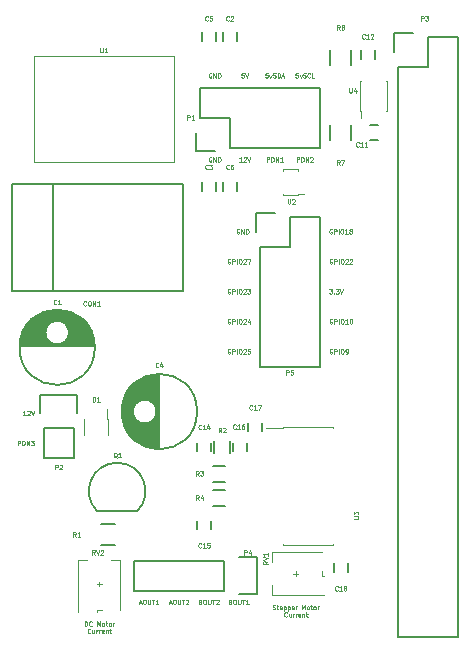
<source format=gbr>
G04 #@! TF.FileFunction,Legend,Top*
%FSLAX46Y46*%
G04 Gerber Fmt 4.6, Leading zero omitted, Abs format (unit mm)*
G04 Created by KiCad (PCBNEW 4.0.2-4+6225~38~ubuntu14.04.1-stable) date Tue 01 Mar 2016 05:51:26 PM CST*
%MOMM*%
G01*
G04 APERTURE LIST*
%ADD10C,0.100000*%
%ADD11C,0.076200*%
%ADD12C,0.150000*%
G04 APERTURE END LIST*
D10*
D11*
X146140714Y-128315357D02*
X146140714Y-127934357D01*
X146285857Y-127934357D01*
X146322143Y-127952500D01*
X146340286Y-127970643D01*
X146358429Y-128006929D01*
X146358429Y-128061357D01*
X146340286Y-128097643D01*
X146322143Y-128115786D01*
X146285857Y-128133929D01*
X146140714Y-128133929D01*
X146521714Y-128315357D02*
X146521714Y-127934357D01*
X146612429Y-127934357D01*
X146666857Y-127952500D01*
X146703143Y-127988786D01*
X146721286Y-128025071D01*
X146739429Y-128097643D01*
X146739429Y-128152071D01*
X146721286Y-128224643D01*
X146703143Y-128260929D01*
X146666857Y-128297214D01*
X146612429Y-128315357D01*
X146521714Y-128315357D01*
X146902714Y-128315357D02*
X146902714Y-127934357D01*
X147120429Y-128315357D01*
X147120429Y-127934357D01*
X147265572Y-127934357D02*
X147501429Y-127934357D01*
X147374429Y-128079500D01*
X147428857Y-128079500D01*
X147465143Y-128097643D01*
X147483286Y-128115786D01*
X147501429Y-128152071D01*
X147501429Y-128242786D01*
X147483286Y-128279071D01*
X147465143Y-128297214D01*
X147428857Y-128315357D01*
X147320000Y-128315357D01*
X147283714Y-128297214D01*
X147265572Y-128279071D01*
X146812001Y-125775357D02*
X146594286Y-125775357D01*
X146703144Y-125775357D02*
X146703144Y-125394357D01*
X146666858Y-125448786D01*
X146630572Y-125485071D01*
X146594286Y-125503214D01*
X146957143Y-125430643D02*
X146975286Y-125412500D01*
X147011572Y-125394357D01*
X147102286Y-125394357D01*
X147138572Y-125412500D01*
X147156715Y-125430643D01*
X147174858Y-125466929D01*
X147174858Y-125503214D01*
X147156715Y-125557643D01*
X146939001Y-125775357D01*
X147174858Y-125775357D01*
X147283715Y-125394357D02*
X147410715Y-125775357D01*
X147537715Y-125394357D01*
X167730715Y-142216414D02*
X167785144Y-142234557D01*
X167875858Y-142234557D01*
X167912144Y-142216414D01*
X167930287Y-142198271D01*
X167948430Y-142161986D01*
X167948430Y-142125700D01*
X167930287Y-142089414D01*
X167912144Y-142071271D01*
X167875858Y-142053129D01*
X167803287Y-142034986D01*
X167767001Y-142016843D01*
X167748858Y-141998700D01*
X167730715Y-141962414D01*
X167730715Y-141926129D01*
X167748858Y-141889843D01*
X167767001Y-141871700D01*
X167803287Y-141853557D01*
X167894001Y-141853557D01*
X167948430Y-141871700D01*
X168057287Y-141980557D02*
X168202430Y-141980557D01*
X168111715Y-141853557D02*
X168111715Y-142180129D01*
X168129858Y-142216414D01*
X168166144Y-142234557D01*
X168202430Y-142234557D01*
X168474572Y-142216414D02*
X168438286Y-142234557D01*
X168365715Y-142234557D01*
X168329429Y-142216414D01*
X168311286Y-142180129D01*
X168311286Y-142034986D01*
X168329429Y-141998700D01*
X168365715Y-141980557D01*
X168438286Y-141980557D01*
X168474572Y-141998700D01*
X168492715Y-142034986D01*
X168492715Y-142071271D01*
X168311286Y-142107557D01*
X168656000Y-141980557D02*
X168656000Y-142361557D01*
X168656000Y-141998700D02*
X168692286Y-141980557D01*
X168764857Y-141980557D01*
X168801143Y-141998700D01*
X168819286Y-142016843D01*
X168837429Y-142053129D01*
X168837429Y-142161986D01*
X168819286Y-142198271D01*
X168801143Y-142216414D01*
X168764857Y-142234557D01*
X168692286Y-142234557D01*
X168656000Y-142216414D01*
X169000714Y-141980557D02*
X169000714Y-142361557D01*
X169000714Y-141998700D02*
X169037000Y-141980557D01*
X169109571Y-141980557D01*
X169145857Y-141998700D01*
X169164000Y-142016843D01*
X169182143Y-142053129D01*
X169182143Y-142161986D01*
X169164000Y-142198271D01*
X169145857Y-142216414D01*
X169109571Y-142234557D01*
X169037000Y-142234557D01*
X169000714Y-142216414D01*
X169490571Y-142216414D02*
X169454285Y-142234557D01*
X169381714Y-142234557D01*
X169345428Y-142216414D01*
X169327285Y-142180129D01*
X169327285Y-142034986D01*
X169345428Y-141998700D01*
X169381714Y-141980557D01*
X169454285Y-141980557D01*
X169490571Y-141998700D01*
X169508714Y-142034986D01*
X169508714Y-142071271D01*
X169327285Y-142107557D01*
X169671999Y-142234557D02*
X169671999Y-141980557D01*
X169671999Y-142053129D02*
X169690142Y-142016843D01*
X169708285Y-141998700D01*
X169744571Y-141980557D01*
X169780856Y-141980557D01*
X170198142Y-142234557D02*
X170198142Y-141853557D01*
X170325142Y-142125700D01*
X170452142Y-141853557D01*
X170452142Y-142234557D01*
X170688000Y-142234557D02*
X170651714Y-142216414D01*
X170633571Y-142198271D01*
X170615428Y-142161986D01*
X170615428Y-142053129D01*
X170633571Y-142016843D01*
X170651714Y-141998700D01*
X170688000Y-141980557D01*
X170742428Y-141980557D01*
X170778714Y-141998700D01*
X170796857Y-142016843D01*
X170815000Y-142053129D01*
X170815000Y-142161986D01*
X170796857Y-142198271D01*
X170778714Y-142216414D01*
X170742428Y-142234557D01*
X170688000Y-142234557D01*
X170923857Y-141980557D02*
X171069000Y-141980557D01*
X170978285Y-141853557D02*
X170978285Y-142180129D01*
X170996428Y-142216414D01*
X171032714Y-142234557D01*
X171069000Y-142234557D01*
X171250428Y-142234557D02*
X171214142Y-142216414D01*
X171195999Y-142198271D01*
X171177856Y-142161986D01*
X171177856Y-142053129D01*
X171195999Y-142016843D01*
X171214142Y-141998700D01*
X171250428Y-141980557D01*
X171304856Y-141980557D01*
X171341142Y-141998700D01*
X171359285Y-142016843D01*
X171377428Y-142053129D01*
X171377428Y-142161986D01*
X171359285Y-142198271D01*
X171341142Y-142216414D01*
X171304856Y-142234557D01*
X171250428Y-142234557D01*
X171540713Y-142234557D02*
X171540713Y-141980557D01*
X171540713Y-142053129D02*
X171558856Y-142016843D01*
X171576999Y-141998700D01*
X171613285Y-141980557D01*
X171649570Y-141980557D01*
X168937216Y-142807871D02*
X168919073Y-142826014D01*
X168864644Y-142844157D01*
X168828358Y-142844157D01*
X168773930Y-142826014D01*
X168737644Y-142789729D01*
X168719501Y-142753443D01*
X168701358Y-142680871D01*
X168701358Y-142626443D01*
X168719501Y-142553871D01*
X168737644Y-142517586D01*
X168773930Y-142481300D01*
X168828358Y-142463157D01*
X168864644Y-142463157D01*
X168919073Y-142481300D01*
X168937216Y-142499443D01*
X169263787Y-142590157D02*
X169263787Y-142844157D01*
X169100501Y-142590157D02*
X169100501Y-142789729D01*
X169118644Y-142826014D01*
X169154930Y-142844157D01*
X169209358Y-142844157D01*
X169245644Y-142826014D01*
X169263787Y-142807871D01*
X169445215Y-142844157D02*
X169445215Y-142590157D01*
X169445215Y-142662729D02*
X169463358Y-142626443D01*
X169481501Y-142608300D01*
X169517787Y-142590157D01*
X169554072Y-142590157D01*
X169681072Y-142844157D02*
X169681072Y-142590157D01*
X169681072Y-142662729D02*
X169699215Y-142626443D01*
X169717358Y-142608300D01*
X169753644Y-142590157D01*
X169789929Y-142590157D01*
X170062072Y-142826014D02*
X170025786Y-142844157D01*
X169953215Y-142844157D01*
X169916929Y-142826014D01*
X169898786Y-142789729D01*
X169898786Y-142644586D01*
X169916929Y-142608300D01*
X169953215Y-142590157D01*
X170025786Y-142590157D01*
X170062072Y-142608300D01*
X170080215Y-142644586D01*
X170080215Y-142680871D01*
X169898786Y-142717157D01*
X170243500Y-142590157D02*
X170243500Y-142844157D01*
X170243500Y-142626443D02*
X170261643Y-142608300D01*
X170297929Y-142590157D01*
X170352357Y-142590157D01*
X170388643Y-142608300D01*
X170406786Y-142644586D01*
X170406786Y-142844157D01*
X170533786Y-142590157D02*
X170678929Y-142590157D01*
X170588214Y-142463157D02*
X170588214Y-142789729D01*
X170606357Y-142826014D01*
X170642643Y-142844157D01*
X170678929Y-142844157D01*
X151810357Y-143631557D02*
X151810357Y-143250557D01*
X151901072Y-143250557D01*
X151955500Y-143268700D01*
X151991786Y-143304986D01*
X152009929Y-143341271D01*
X152028072Y-143413843D01*
X152028072Y-143468271D01*
X152009929Y-143540843D01*
X151991786Y-143577129D01*
X151955500Y-143613414D01*
X151901072Y-143631557D01*
X151810357Y-143631557D01*
X152409072Y-143595271D02*
X152390929Y-143613414D01*
X152336500Y-143631557D01*
X152300214Y-143631557D01*
X152245786Y-143613414D01*
X152209500Y-143577129D01*
X152191357Y-143540843D01*
X152173214Y-143468271D01*
X152173214Y-143413843D01*
X152191357Y-143341271D01*
X152209500Y-143304986D01*
X152245786Y-143268700D01*
X152300214Y-143250557D01*
X152336500Y-143250557D01*
X152390929Y-143268700D01*
X152409072Y-143286843D01*
X152862643Y-143631557D02*
X152862643Y-143250557D01*
X152989643Y-143522700D01*
X153116643Y-143250557D01*
X153116643Y-143631557D01*
X153352501Y-143631557D02*
X153316215Y-143613414D01*
X153298072Y-143595271D01*
X153279929Y-143558986D01*
X153279929Y-143450129D01*
X153298072Y-143413843D01*
X153316215Y-143395700D01*
X153352501Y-143377557D01*
X153406929Y-143377557D01*
X153443215Y-143395700D01*
X153461358Y-143413843D01*
X153479501Y-143450129D01*
X153479501Y-143558986D01*
X153461358Y-143595271D01*
X153443215Y-143613414D01*
X153406929Y-143631557D01*
X153352501Y-143631557D01*
X153588358Y-143377557D02*
X153733501Y-143377557D01*
X153642786Y-143250557D02*
X153642786Y-143577129D01*
X153660929Y-143613414D01*
X153697215Y-143631557D01*
X153733501Y-143631557D01*
X153914929Y-143631557D02*
X153878643Y-143613414D01*
X153860500Y-143595271D01*
X153842357Y-143558986D01*
X153842357Y-143450129D01*
X153860500Y-143413843D01*
X153878643Y-143395700D01*
X153914929Y-143377557D01*
X153969357Y-143377557D01*
X154005643Y-143395700D01*
X154023786Y-143413843D01*
X154041929Y-143450129D01*
X154041929Y-143558986D01*
X154023786Y-143595271D01*
X154005643Y-143613414D01*
X153969357Y-143631557D01*
X153914929Y-143631557D01*
X154205214Y-143631557D02*
X154205214Y-143377557D01*
X154205214Y-143450129D02*
X154223357Y-143413843D01*
X154241500Y-143395700D01*
X154277786Y-143377557D01*
X154314071Y-143377557D01*
X152300216Y-144204871D02*
X152282073Y-144223014D01*
X152227644Y-144241157D01*
X152191358Y-144241157D01*
X152136930Y-144223014D01*
X152100644Y-144186729D01*
X152082501Y-144150443D01*
X152064358Y-144077871D01*
X152064358Y-144023443D01*
X152082501Y-143950871D01*
X152100644Y-143914586D01*
X152136930Y-143878300D01*
X152191358Y-143860157D01*
X152227644Y-143860157D01*
X152282073Y-143878300D01*
X152300216Y-143896443D01*
X152626787Y-143987157D02*
X152626787Y-144241157D01*
X152463501Y-143987157D02*
X152463501Y-144186729D01*
X152481644Y-144223014D01*
X152517930Y-144241157D01*
X152572358Y-144241157D01*
X152608644Y-144223014D01*
X152626787Y-144204871D01*
X152808215Y-144241157D02*
X152808215Y-143987157D01*
X152808215Y-144059729D02*
X152826358Y-144023443D01*
X152844501Y-144005300D01*
X152880787Y-143987157D01*
X152917072Y-143987157D01*
X153044072Y-144241157D02*
X153044072Y-143987157D01*
X153044072Y-144059729D02*
X153062215Y-144023443D01*
X153080358Y-144005300D01*
X153116644Y-143987157D01*
X153152929Y-143987157D01*
X153425072Y-144223014D02*
X153388786Y-144241157D01*
X153316215Y-144241157D01*
X153279929Y-144223014D01*
X153261786Y-144186729D01*
X153261786Y-144041586D01*
X153279929Y-144005300D01*
X153316215Y-143987157D01*
X153388786Y-143987157D01*
X153425072Y-144005300D01*
X153443215Y-144041586D01*
X153443215Y-144077871D01*
X153261786Y-144114157D01*
X153606500Y-143987157D02*
X153606500Y-144241157D01*
X153606500Y-144023443D02*
X153624643Y-144005300D01*
X153660929Y-143987157D01*
X153715357Y-143987157D01*
X153751643Y-144005300D01*
X153769786Y-144041586D01*
X153769786Y-144241157D01*
X153896786Y-143987157D02*
X154041929Y-143987157D01*
X153951214Y-143860157D02*
X153951214Y-144186729D01*
X153969357Y-144223014D01*
X154005643Y-144241157D01*
X154041929Y-144241157D01*
X164147500Y-141577786D02*
X164201929Y-141595929D01*
X164220072Y-141614071D01*
X164238215Y-141650357D01*
X164238215Y-141704786D01*
X164220072Y-141741071D01*
X164201929Y-141759214D01*
X164165643Y-141777357D01*
X164020500Y-141777357D01*
X164020500Y-141396357D01*
X164147500Y-141396357D01*
X164183786Y-141414500D01*
X164201929Y-141432643D01*
X164220072Y-141468929D01*
X164220072Y-141505214D01*
X164201929Y-141541500D01*
X164183786Y-141559643D01*
X164147500Y-141577786D01*
X164020500Y-141577786D01*
X164474072Y-141396357D02*
X164546643Y-141396357D01*
X164582929Y-141414500D01*
X164619215Y-141450786D01*
X164637357Y-141523357D01*
X164637357Y-141650357D01*
X164619215Y-141722929D01*
X164582929Y-141759214D01*
X164546643Y-141777357D01*
X164474072Y-141777357D01*
X164437786Y-141759214D01*
X164401500Y-141722929D01*
X164383357Y-141650357D01*
X164383357Y-141523357D01*
X164401500Y-141450786D01*
X164437786Y-141414500D01*
X164474072Y-141396357D01*
X164800643Y-141396357D02*
X164800643Y-141704786D01*
X164818786Y-141741071D01*
X164836929Y-141759214D01*
X164873215Y-141777357D01*
X164945786Y-141777357D01*
X164982072Y-141759214D01*
X165000215Y-141741071D01*
X165018358Y-141704786D01*
X165018358Y-141396357D01*
X165145358Y-141396357D02*
X165363072Y-141396357D01*
X165254215Y-141777357D02*
X165254215Y-141396357D01*
X165689644Y-141777357D02*
X165471929Y-141777357D01*
X165580787Y-141777357D02*
X165580787Y-141396357D01*
X165544501Y-141450786D01*
X165508215Y-141487071D01*
X165471929Y-141505214D01*
X161607500Y-141577786D02*
X161661929Y-141595929D01*
X161680072Y-141614071D01*
X161698215Y-141650357D01*
X161698215Y-141704786D01*
X161680072Y-141741071D01*
X161661929Y-141759214D01*
X161625643Y-141777357D01*
X161480500Y-141777357D01*
X161480500Y-141396357D01*
X161607500Y-141396357D01*
X161643786Y-141414500D01*
X161661929Y-141432643D01*
X161680072Y-141468929D01*
X161680072Y-141505214D01*
X161661929Y-141541500D01*
X161643786Y-141559643D01*
X161607500Y-141577786D01*
X161480500Y-141577786D01*
X161934072Y-141396357D02*
X162006643Y-141396357D01*
X162042929Y-141414500D01*
X162079215Y-141450786D01*
X162097357Y-141523357D01*
X162097357Y-141650357D01*
X162079215Y-141722929D01*
X162042929Y-141759214D01*
X162006643Y-141777357D01*
X161934072Y-141777357D01*
X161897786Y-141759214D01*
X161861500Y-141722929D01*
X161843357Y-141650357D01*
X161843357Y-141523357D01*
X161861500Y-141450786D01*
X161897786Y-141414500D01*
X161934072Y-141396357D01*
X162260643Y-141396357D02*
X162260643Y-141704786D01*
X162278786Y-141741071D01*
X162296929Y-141759214D01*
X162333215Y-141777357D01*
X162405786Y-141777357D01*
X162442072Y-141759214D01*
X162460215Y-141741071D01*
X162478358Y-141704786D01*
X162478358Y-141396357D01*
X162605358Y-141396357D02*
X162823072Y-141396357D01*
X162714215Y-141777357D02*
X162714215Y-141396357D01*
X162931929Y-141432643D02*
X162950072Y-141414500D01*
X162986358Y-141396357D01*
X163077072Y-141396357D01*
X163113358Y-141414500D01*
X163131501Y-141432643D01*
X163149644Y-141468929D01*
X163149644Y-141505214D01*
X163131501Y-141559643D01*
X162913787Y-141777357D01*
X163149644Y-141777357D01*
X158949571Y-141668500D02*
X159131000Y-141668500D01*
X158913286Y-141777357D02*
X159040286Y-141396357D01*
X159167286Y-141777357D01*
X159366857Y-141396357D02*
X159439428Y-141396357D01*
X159475714Y-141414500D01*
X159512000Y-141450786D01*
X159530142Y-141523357D01*
X159530142Y-141650357D01*
X159512000Y-141722929D01*
X159475714Y-141759214D01*
X159439428Y-141777357D01*
X159366857Y-141777357D01*
X159330571Y-141759214D01*
X159294285Y-141722929D01*
X159276142Y-141650357D01*
X159276142Y-141523357D01*
X159294285Y-141450786D01*
X159330571Y-141414500D01*
X159366857Y-141396357D01*
X159693428Y-141396357D02*
X159693428Y-141704786D01*
X159711571Y-141741071D01*
X159729714Y-141759214D01*
X159766000Y-141777357D01*
X159838571Y-141777357D01*
X159874857Y-141759214D01*
X159893000Y-141741071D01*
X159911143Y-141704786D01*
X159911143Y-141396357D01*
X160038143Y-141396357D02*
X160255857Y-141396357D01*
X160147000Y-141777357D02*
X160147000Y-141396357D01*
X160364714Y-141432643D02*
X160382857Y-141414500D01*
X160419143Y-141396357D01*
X160509857Y-141396357D01*
X160546143Y-141414500D01*
X160564286Y-141432643D01*
X160582429Y-141468929D01*
X160582429Y-141505214D01*
X160564286Y-141559643D01*
X160346572Y-141777357D01*
X160582429Y-141777357D01*
X156409571Y-141668500D02*
X156591000Y-141668500D01*
X156373286Y-141777357D02*
X156500286Y-141396357D01*
X156627286Y-141777357D01*
X156826857Y-141396357D02*
X156899428Y-141396357D01*
X156935714Y-141414500D01*
X156972000Y-141450786D01*
X156990142Y-141523357D01*
X156990142Y-141650357D01*
X156972000Y-141722929D01*
X156935714Y-141759214D01*
X156899428Y-141777357D01*
X156826857Y-141777357D01*
X156790571Y-141759214D01*
X156754285Y-141722929D01*
X156736142Y-141650357D01*
X156736142Y-141523357D01*
X156754285Y-141450786D01*
X156790571Y-141414500D01*
X156826857Y-141396357D01*
X157153428Y-141396357D02*
X157153428Y-141704786D01*
X157171571Y-141741071D01*
X157189714Y-141759214D01*
X157226000Y-141777357D01*
X157298571Y-141777357D01*
X157334857Y-141759214D01*
X157353000Y-141741071D01*
X157371143Y-141704786D01*
X157371143Y-141396357D01*
X157498143Y-141396357D02*
X157715857Y-141396357D01*
X157607000Y-141777357D02*
X157607000Y-141396357D01*
X158042429Y-141777357D02*
X157824714Y-141777357D01*
X157933572Y-141777357D02*
X157933572Y-141396357D01*
X157897286Y-141450786D01*
X157861000Y-141487071D01*
X157824714Y-141505214D01*
X169853429Y-96819357D02*
X169672000Y-96819357D01*
X169653857Y-97000786D01*
X169672000Y-96982643D01*
X169708286Y-96964500D01*
X169799000Y-96964500D01*
X169835286Y-96982643D01*
X169853429Y-97000786D01*
X169871572Y-97037071D01*
X169871572Y-97127786D01*
X169853429Y-97164071D01*
X169835286Y-97182214D01*
X169799000Y-97200357D01*
X169708286Y-97200357D01*
X169672000Y-97182214D01*
X169653857Y-97164071D01*
X169998572Y-96946357D02*
X170089286Y-97200357D01*
X170180000Y-96946357D01*
X170307000Y-97182214D02*
X170361429Y-97200357D01*
X170452143Y-97200357D01*
X170488429Y-97182214D01*
X170506572Y-97164071D01*
X170524715Y-97127786D01*
X170524715Y-97091500D01*
X170506572Y-97055214D01*
X170488429Y-97037071D01*
X170452143Y-97018929D01*
X170379572Y-97000786D01*
X170343286Y-96982643D01*
X170325143Y-96964500D01*
X170307000Y-96928214D01*
X170307000Y-96891929D01*
X170325143Y-96855643D01*
X170343286Y-96837500D01*
X170379572Y-96819357D01*
X170470286Y-96819357D01*
X170524715Y-96837500D01*
X170905715Y-97164071D02*
X170887572Y-97182214D01*
X170833143Y-97200357D01*
X170796857Y-97200357D01*
X170742429Y-97182214D01*
X170706143Y-97145929D01*
X170688000Y-97109643D01*
X170669857Y-97037071D01*
X170669857Y-96982643D01*
X170688000Y-96910071D01*
X170706143Y-96873786D01*
X170742429Y-96837500D01*
X170796857Y-96819357D01*
X170833143Y-96819357D01*
X170887572Y-96837500D01*
X170905715Y-96855643D01*
X171250429Y-97200357D02*
X171069000Y-97200357D01*
X171069000Y-96819357D01*
X167304358Y-96819357D02*
X167122929Y-96819357D01*
X167104786Y-97000786D01*
X167122929Y-96982643D01*
X167159215Y-96964500D01*
X167249929Y-96964500D01*
X167286215Y-96982643D01*
X167304358Y-97000786D01*
X167322501Y-97037071D01*
X167322501Y-97127786D01*
X167304358Y-97164071D01*
X167286215Y-97182214D01*
X167249929Y-97200357D01*
X167159215Y-97200357D01*
X167122929Y-97182214D01*
X167104786Y-97164071D01*
X167449501Y-96946357D02*
X167540215Y-97200357D01*
X167630929Y-96946357D01*
X167757929Y-97182214D02*
X167812358Y-97200357D01*
X167903072Y-97200357D01*
X167939358Y-97182214D01*
X167957501Y-97164071D01*
X167975644Y-97127786D01*
X167975644Y-97091500D01*
X167957501Y-97055214D01*
X167939358Y-97037071D01*
X167903072Y-97018929D01*
X167830501Y-97000786D01*
X167794215Y-96982643D01*
X167776072Y-96964500D01*
X167757929Y-96928214D01*
X167757929Y-96891929D01*
X167776072Y-96855643D01*
X167794215Y-96837500D01*
X167830501Y-96819357D01*
X167921215Y-96819357D01*
X167975644Y-96837500D01*
X168138929Y-97200357D02*
X168138929Y-96819357D01*
X168229644Y-96819357D01*
X168284072Y-96837500D01*
X168320358Y-96873786D01*
X168338501Y-96910071D01*
X168356644Y-96982643D01*
X168356644Y-97037071D01*
X168338501Y-97109643D01*
X168320358Y-97145929D01*
X168284072Y-97182214D01*
X168229644Y-97200357D01*
X168138929Y-97200357D01*
X168501786Y-97091500D02*
X168683215Y-97091500D01*
X168465501Y-97200357D02*
X168592501Y-96819357D01*
X168719501Y-97200357D01*
X165281429Y-96819357D02*
X165100000Y-96819357D01*
X165081857Y-97000786D01*
X165100000Y-96982643D01*
X165136286Y-96964500D01*
X165227000Y-96964500D01*
X165263286Y-96982643D01*
X165281429Y-97000786D01*
X165299572Y-97037071D01*
X165299572Y-97127786D01*
X165281429Y-97164071D01*
X165263286Y-97182214D01*
X165227000Y-97200357D01*
X165136286Y-97200357D01*
X165100000Y-97182214D01*
X165081857Y-97164071D01*
X165408429Y-96819357D02*
X165535429Y-97200357D01*
X165662429Y-96819357D01*
X162523715Y-96837500D02*
X162487429Y-96819357D01*
X162433000Y-96819357D01*
X162378572Y-96837500D01*
X162342286Y-96873786D01*
X162324143Y-96910071D01*
X162306000Y-96982643D01*
X162306000Y-97037071D01*
X162324143Y-97109643D01*
X162342286Y-97145929D01*
X162378572Y-97182214D01*
X162433000Y-97200357D01*
X162469286Y-97200357D01*
X162523715Y-97182214D01*
X162541858Y-97164071D01*
X162541858Y-97037071D01*
X162469286Y-97037071D01*
X162705143Y-97200357D02*
X162705143Y-96819357D01*
X162922858Y-97200357D01*
X162922858Y-96819357D01*
X163104286Y-97200357D02*
X163104286Y-96819357D01*
X163195001Y-96819357D01*
X163249429Y-96837500D01*
X163285715Y-96873786D01*
X163303858Y-96910071D01*
X163322001Y-96982643D01*
X163322001Y-97037071D01*
X163303858Y-97109643D01*
X163285715Y-97145929D01*
X163249429Y-97182214D01*
X163195001Y-97200357D01*
X163104286Y-97200357D01*
X169762714Y-104312357D02*
X169762714Y-103931357D01*
X169907857Y-103931357D01*
X169944143Y-103949500D01*
X169962286Y-103967643D01*
X169980429Y-104003929D01*
X169980429Y-104058357D01*
X169962286Y-104094643D01*
X169944143Y-104112786D01*
X169907857Y-104130929D01*
X169762714Y-104130929D01*
X170143714Y-104312357D02*
X170143714Y-103931357D01*
X170234429Y-103931357D01*
X170288857Y-103949500D01*
X170325143Y-103985786D01*
X170343286Y-104022071D01*
X170361429Y-104094643D01*
X170361429Y-104149071D01*
X170343286Y-104221643D01*
X170325143Y-104257929D01*
X170288857Y-104294214D01*
X170234429Y-104312357D01*
X170143714Y-104312357D01*
X170524714Y-104312357D02*
X170524714Y-103931357D01*
X170742429Y-104312357D01*
X170742429Y-103931357D01*
X170905714Y-103967643D02*
X170923857Y-103949500D01*
X170960143Y-103931357D01*
X171050857Y-103931357D01*
X171087143Y-103949500D01*
X171105286Y-103967643D01*
X171123429Y-104003929D01*
X171123429Y-104040214D01*
X171105286Y-104094643D01*
X170887572Y-104312357D01*
X171123429Y-104312357D01*
X167222714Y-104312357D02*
X167222714Y-103931357D01*
X167367857Y-103931357D01*
X167404143Y-103949500D01*
X167422286Y-103967643D01*
X167440429Y-104003929D01*
X167440429Y-104058357D01*
X167422286Y-104094643D01*
X167404143Y-104112786D01*
X167367857Y-104130929D01*
X167222714Y-104130929D01*
X167603714Y-104312357D02*
X167603714Y-103931357D01*
X167694429Y-103931357D01*
X167748857Y-103949500D01*
X167785143Y-103985786D01*
X167803286Y-104022071D01*
X167821429Y-104094643D01*
X167821429Y-104149071D01*
X167803286Y-104221643D01*
X167785143Y-104257929D01*
X167748857Y-104294214D01*
X167694429Y-104312357D01*
X167603714Y-104312357D01*
X167984714Y-104312357D02*
X167984714Y-103931357D01*
X168202429Y-104312357D01*
X168202429Y-103931357D01*
X168583429Y-104312357D02*
X168365714Y-104312357D01*
X168474572Y-104312357D02*
X168474572Y-103931357D01*
X168438286Y-103985786D01*
X168402000Y-104022071D01*
X168365714Y-104040214D01*
X165118144Y-104312357D02*
X164900429Y-104312357D01*
X165009287Y-104312357D02*
X165009287Y-103931357D01*
X164973001Y-103985786D01*
X164936715Y-104022071D01*
X164900429Y-104040214D01*
X165263286Y-103967643D02*
X165281429Y-103949500D01*
X165317715Y-103931357D01*
X165408429Y-103931357D01*
X165444715Y-103949500D01*
X165462858Y-103967643D01*
X165481001Y-104003929D01*
X165481001Y-104040214D01*
X165462858Y-104094643D01*
X165245144Y-104312357D01*
X165481001Y-104312357D01*
X165589858Y-103931357D02*
X165716858Y-104312357D01*
X165843858Y-103931357D01*
X162523715Y-103949500D02*
X162487429Y-103931357D01*
X162433000Y-103931357D01*
X162378572Y-103949500D01*
X162342286Y-103985786D01*
X162324143Y-104022071D01*
X162306000Y-104094643D01*
X162306000Y-104149071D01*
X162324143Y-104221643D01*
X162342286Y-104257929D01*
X162378572Y-104294214D01*
X162433000Y-104312357D01*
X162469286Y-104312357D01*
X162523715Y-104294214D01*
X162541858Y-104276071D01*
X162541858Y-104149071D01*
X162469286Y-104149071D01*
X162705143Y-104312357D02*
X162705143Y-103931357D01*
X162922858Y-104312357D01*
X162922858Y-103931357D01*
X163104286Y-104312357D02*
X163104286Y-103931357D01*
X163195001Y-103931357D01*
X163249429Y-103949500D01*
X163285715Y-103985786D01*
X163303858Y-104022071D01*
X163322001Y-104094643D01*
X163322001Y-104149071D01*
X163303858Y-104221643D01*
X163285715Y-104257929D01*
X163249429Y-104294214D01*
X163195001Y-104312357D01*
X163104286Y-104312357D01*
X164882286Y-110045500D02*
X164846000Y-110027357D01*
X164791571Y-110027357D01*
X164737143Y-110045500D01*
X164700857Y-110081786D01*
X164682714Y-110118071D01*
X164664571Y-110190643D01*
X164664571Y-110245071D01*
X164682714Y-110317643D01*
X164700857Y-110353929D01*
X164737143Y-110390214D01*
X164791571Y-110408357D01*
X164827857Y-110408357D01*
X164882286Y-110390214D01*
X164900429Y-110372071D01*
X164900429Y-110245071D01*
X164827857Y-110245071D01*
X165063714Y-110408357D02*
X165063714Y-110027357D01*
X165281429Y-110408357D01*
X165281429Y-110027357D01*
X165462857Y-110408357D02*
X165462857Y-110027357D01*
X165553572Y-110027357D01*
X165608000Y-110045500D01*
X165644286Y-110081786D01*
X165662429Y-110118071D01*
X165680572Y-110190643D01*
X165680572Y-110245071D01*
X165662429Y-110317643D01*
X165644286Y-110353929D01*
X165608000Y-110390214D01*
X165553572Y-110408357D01*
X165462857Y-110408357D01*
X172756286Y-120205500D02*
X172720000Y-120187357D01*
X172665571Y-120187357D01*
X172611143Y-120205500D01*
X172574857Y-120241786D01*
X172556714Y-120278071D01*
X172538571Y-120350643D01*
X172538571Y-120405071D01*
X172556714Y-120477643D01*
X172574857Y-120513929D01*
X172611143Y-120550214D01*
X172665571Y-120568357D01*
X172701857Y-120568357D01*
X172756286Y-120550214D01*
X172774429Y-120532071D01*
X172774429Y-120405071D01*
X172701857Y-120405071D01*
X172937714Y-120568357D02*
X172937714Y-120187357D01*
X173082857Y-120187357D01*
X173119143Y-120205500D01*
X173137286Y-120223643D01*
X173155429Y-120259929D01*
X173155429Y-120314357D01*
X173137286Y-120350643D01*
X173119143Y-120368786D01*
X173082857Y-120386929D01*
X172937714Y-120386929D01*
X173318714Y-120568357D02*
X173318714Y-120187357D01*
X173572715Y-120187357D02*
X173645286Y-120187357D01*
X173681572Y-120205500D01*
X173717858Y-120241786D01*
X173736000Y-120314357D01*
X173736000Y-120441357D01*
X173717858Y-120513929D01*
X173681572Y-120550214D01*
X173645286Y-120568357D01*
X173572715Y-120568357D01*
X173536429Y-120550214D01*
X173500143Y-120513929D01*
X173482000Y-120441357D01*
X173482000Y-120314357D01*
X173500143Y-120241786D01*
X173536429Y-120205500D01*
X173572715Y-120187357D01*
X173917429Y-120568357D02*
X173990001Y-120568357D01*
X174026286Y-120550214D01*
X174044429Y-120532071D01*
X174080715Y-120477643D01*
X174098858Y-120405071D01*
X174098858Y-120259929D01*
X174080715Y-120223643D01*
X174062572Y-120205500D01*
X174026286Y-120187357D01*
X173953715Y-120187357D01*
X173917429Y-120205500D01*
X173899286Y-120223643D01*
X173881143Y-120259929D01*
X173881143Y-120350643D01*
X173899286Y-120386929D01*
X173917429Y-120405071D01*
X173953715Y-120423214D01*
X174026286Y-120423214D01*
X174062572Y-120405071D01*
X174080715Y-120386929D01*
X174098858Y-120350643D01*
X164120286Y-120205500D02*
X164084000Y-120187357D01*
X164029571Y-120187357D01*
X163975143Y-120205500D01*
X163938857Y-120241786D01*
X163920714Y-120278071D01*
X163902571Y-120350643D01*
X163902571Y-120405071D01*
X163920714Y-120477643D01*
X163938857Y-120513929D01*
X163975143Y-120550214D01*
X164029571Y-120568357D01*
X164065857Y-120568357D01*
X164120286Y-120550214D01*
X164138429Y-120532071D01*
X164138429Y-120405071D01*
X164065857Y-120405071D01*
X164301714Y-120568357D02*
X164301714Y-120187357D01*
X164446857Y-120187357D01*
X164483143Y-120205500D01*
X164501286Y-120223643D01*
X164519429Y-120259929D01*
X164519429Y-120314357D01*
X164501286Y-120350643D01*
X164483143Y-120368786D01*
X164446857Y-120386929D01*
X164301714Y-120386929D01*
X164682714Y-120568357D02*
X164682714Y-120187357D01*
X164936715Y-120187357D02*
X165009286Y-120187357D01*
X165045572Y-120205500D01*
X165081858Y-120241786D01*
X165100000Y-120314357D01*
X165100000Y-120441357D01*
X165081858Y-120513929D01*
X165045572Y-120550214D01*
X165009286Y-120568357D01*
X164936715Y-120568357D01*
X164900429Y-120550214D01*
X164864143Y-120513929D01*
X164846000Y-120441357D01*
X164846000Y-120314357D01*
X164864143Y-120241786D01*
X164900429Y-120205500D01*
X164936715Y-120187357D01*
X165245143Y-120223643D02*
X165263286Y-120205500D01*
X165299572Y-120187357D01*
X165390286Y-120187357D01*
X165426572Y-120205500D01*
X165444715Y-120223643D01*
X165462858Y-120259929D01*
X165462858Y-120296214D01*
X165444715Y-120350643D01*
X165227001Y-120568357D01*
X165462858Y-120568357D01*
X165807572Y-120187357D02*
X165626143Y-120187357D01*
X165608000Y-120368786D01*
X165626143Y-120350643D01*
X165662429Y-120332500D01*
X165753143Y-120332500D01*
X165789429Y-120350643D01*
X165807572Y-120368786D01*
X165825715Y-120405071D01*
X165825715Y-120495786D01*
X165807572Y-120532071D01*
X165789429Y-120550214D01*
X165753143Y-120568357D01*
X165662429Y-120568357D01*
X165626143Y-120550214D01*
X165608000Y-120532071D01*
X172756286Y-117665500D02*
X172720000Y-117647357D01*
X172665571Y-117647357D01*
X172611143Y-117665500D01*
X172574857Y-117701786D01*
X172556714Y-117738071D01*
X172538571Y-117810643D01*
X172538571Y-117865071D01*
X172556714Y-117937643D01*
X172574857Y-117973929D01*
X172611143Y-118010214D01*
X172665571Y-118028357D01*
X172701857Y-118028357D01*
X172756286Y-118010214D01*
X172774429Y-117992071D01*
X172774429Y-117865071D01*
X172701857Y-117865071D01*
X172937714Y-118028357D02*
X172937714Y-117647357D01*
X173082857Y-117647357D01*
X173119143Y-117665500D01*
X173137286Y-117683643D01*
X173155429Y-117719929D01*
X173155429Y-117774357D01*
X173137286Y-117810643D01*
X173119143Y-117828786D01*
X173082857Y-117846929D01*
X172937714Y-117846929D01*
X173318714Y-118028357D02*
X173318714Y-117647357D01*
X173572715Y-117647357D02*
X173645286Y-117647357D01*
X173681572Y-117665500D01*
X173717858Y-117701786D01*
X173736000Y-117774357D01*
X173736000Y-117901357D01*
X173717858Y-117973929D01*
X173681572Y-118010214D01*
X173645286Y-118028357D01*
X173572715Y-118028357D01*
X173536429Y-118010214D01*
X173500143Y-117973929D01*
X173482000Y-117901357D01*
X173482000Y-117774357D01*
X173500143Y-117701786D01*
X173536429Y-117665500D01*
X173572715Y-117647357D01*
X174098858Y-118028357D02*
X173881143Y-118028357D01*
X173990001Y-118028357D02*
X173990001Y-117647357D01*
X173953715Y-117701786D01*
X173917429Y-117738071D01*
X173881143Y-117756214D01*
X174334715Y-117647357D02*
X174371000Y-117647357D01*
X174407286Y-117665500D01*
X174425429Y-117683643D01*
X174443572Y-117719929D01*
X174461715Y-117792500D01*
X174461715Y-117883214D01*
X174443572Y-117955786D01*
X174425429Y-117992071D01*
X174407286Y-118010214D01*
X174371000Y-118028357D01*
X174334715Y-118028357D01*
X174298429Y-118010214D01*
X174280286Y-117992071D01*
X174262143Y-117955786D01*
X174244000Y-117883214D01*
X174244000Y-117792500D01*
X174262143Y-117719929D01*
X174280286Y-117683643D01*
X174298429Y-117665500D01*
X174334715Y-117647357D01*
X164120286Y-117665500D02*
X164084000Y-117647357D01*
X164029571Y-117647357D01*
X163975143Y-117665500D01*
X163938857Y-117701786D01*
X163920714Y-117738071D01*
X163902571Y-117810643D01*
X163902571Y-117865071D01*
X163920714Y-117937643D01*
X163938857Y-117973929D01*
X163975143Y-118010214D01*
X164029571Y-118028357D01*
X164065857Y-118028357D01*
X164120286Y-118010214D01*
X164138429Y-117992071D01*
X164138429Y-117865071D01*
X164065857Y-117865071D01*
X164301714Y-118028357D02*
X164301714Y-117647357D01*
X164446857Y-117647357D01*
X164483143Y-117665500D01*
X164501286Y-117683643D01*
X164519429Y-117719929D01*
X164519429Y-117774357D01*
X164501286Y-117810643D01*
X164483143Y-117828786D01*
X164446857Y-117846929D01*
X164301714Y-117846929D01*
X164682714Y-118028357D02*
X164682714Y-117647357D01*
X164936715Y-117647357D02*
X165009286Y-117647357D01*
X165045572Y-117665500D01*
X165081858Y-117701786D01*
X165100000Y-117774357D01*
X165100000Y-117901357D01*
X165081858Y-117973929D01*
X165045572Y-118010214D01*
X165009286Y-118028357D01*
X164936715Y-118028357D01*
X164900429Y-118010214D01*
X164864143Y-117973929D01*
X164846000Y-117901357D01*
X164846000Y-117774357D01*
X164864143Y-117701786D01*
X164900429Y-117665500D01*
X164936715Y-117647357D01*
X165245143Y-117683643D02*
X165263286Y-117665500D01*
X165299572Y-117647357D01*
X165390286Y-117647357D01*
X165426572Y-117665500D01*
X165444715Y-117683643D01*
X165462858Y-117719929D01*
X165462858Y-117756214D01*
X165444715Y-117810643D01*
X165227001Y-118028357D01*
X165462858Y-118028357D01*
X165789429Y-117774357D02*
X165789429Y-118028357D01*
X165698715Y-117629214D02*
X165608000Y-117901357D01*
X165843858Y-117901357D01*
X172520429Y-115107357D02*
X172756286Y-115107357D01*
X172629286Y-115252500D01*
X172683714Y-115252500D01*
X172720000Y-115270643D01*
X172738143Y-115288786D01*
X172756286Y-115325071D01*
X172756286Y-115415786D01*
X172738143Y-115452071D01*
X172720000Y-115470214D01*
X172683714Y-115488357D01*
X172574857Y-115488357D01*
X172538571Y-115470214D01*
X172520429Y-115452071D01*
X172919571Y-115452071D02*
X172937714Y-115470214D01*
X172919571Y-115488357D01*
X172901428Y-115470214D01*
X172919571Y-115452071D01*
X172919571Y-115488357D01*
X173064715Y-115107357D02*
X173300572Y-115107357D01*
X173173572Y-115252500D01*
X173228000Y-115252500D01*
X173264286Y-115270643D01*
X173282429Y-115288786D01*
X173300572Y-115325071D01*
X173300572Y-115415786D01*
X173282429Y-115452071D01*
X173264286Y-115470214D01*
X173228000Y-115488357D01*
X173119143Y-115488357D01*
X173082857Y-115470214D01*
X173064715Y-115452071D01*
X173409429Y-115107357D02*
X173536429Y-115488357D01*
X173663429Y-115107357D01*
X164120286Y-115125500D02*
X164084000Y-115107357D01*
X164029571Y-115107357D01*
X163975143Y-115125500D01*
X163938857Y-115161786D01*
X163920714Y-115198071D01*
X163902571Y-115270643D01*
X163902571Y-115325071D01*
X163920714Y-115397643D01*
X163938857Y-115433929D01*
X163975143Y-115470214D01*
X164029571Y-115488357D01*
X164065857Y-115488357D01*
X164120286Y-115470214D01*
X164138429Y-115452071D01*
X164138429Y-115325071D01*
X164065857Y-115325071D01*
X164301714Y-115488357D02*
X164301714Y-115107357D01*
X164446857Y-115107357D01*
X164483143Y-115125500D01*
X164501286Y-115143643D01*
X164519429Y-115179929D01*
X164519429Y-115234357D01*
X164501286Y-115270643D01*
X164483143Y-115288786D01*
X164446857Y-115306929D01*
X164301714Y-115306929D01*
X164682714Y-115488357D02*
X164682714Y-115107357D01*
X164936715Y-115107357D02*
X165009286Y-115107357D01*
X165045572Y-115125500D01*
X165081858Y-115161786D01*
X165100000Y-115234357D01*
X165100000Y-115361357D01*
X165081858Y-115433929D01*
X165045572Y-115470214D01*
X165009286Y-115488357D01*
X164936715Y-115488357D01*
X164900429Y-115470214D01*
X164864143Y-115433929D01*
X164846000Y-115361357D01*
X164846000Y-115234357D01*
X164864143Y-115161786D01*
X164900429Y-115125500D01*
X164936715Y-115107357D01*
X165245143Y-115143643D02*
X165263286Y-115125500D01*
X165299572Y-115107357D01*
X165390286Y-115107357D01*
X165426572Y-115125500D01*
X165444715Y-115143643D01*
X165462858Y-115179929D01*
X165462858Y-115216214D01*
X165444715Y-115270643D01*
X165227001Y-115488357D01*
X165462858Y-115488357D01*
X165589858Y-115107357D02*
X165825715Y-115107357D01*
X165698715Y-115252500D01*
X165753143Y-115252500D01*
X165789429Y-115270643D01*
X165807572Y-115288786D01*
X165825715Y-115325071D01*
X165825715Y-115415786D01*
X165807572Y-115452071D01*
X165789429Y-115470214D01*
X165753143Y-115488357D01*
X165644286Y-115488357D01*
X165608000Y-115470214D01*
X165589858Y-115452071D01*
X172756286Y-112585500D02*
X172720000Y-112567357D01*
X172665571Y-112567357D01*
X172611143Y-112585500D01*
X172574857Y-112621786D01*
X172556714Y-112658071D01*
X172538571Y-112730643D01*
X172538571Y-112785071D01*
X172556714Y-112857643D01*
X172574857Y-112893929D01*
X172611143Y-112930214D01*
X172665571Y-112948357D01*
X172701857Y-112948357D01*
X172756286Y-112930214D01*
X172774429Y-112912071D01*
X172774429Y-112785071D01*
X172701857Y-112785071D01*
X172937714Y-112948357D02*
X172937714Y-112567357D01*
X173082857Y-112567357D01*
X173119143Y-112585500D01*
X173137286Y-112603643D01*
X173155429Y-112639929D01*
X173155429Y-112694357D01*
X173137286Y-112730643D01*
X173119143Y-112748786D01*
X173082857Y-112766929D01*
X172937714Y-112766929D01*
X173318714Y-112948357D02*
X173318714Y-112567357D01*
X173572715Y-112567357D02*
X173645286Y-112567357D01*
X173681572Y-112585500D01*
X173717858Y-112621786D01*
X173736000Y-112694357D01*
X173736000Y-112821357D01*
X173717858Y-112893929D01*
X173681572Y-112930214D01*
X173645286Y-112948357D01*
X173572715Y-112948357D01*
X173536429Y-112930214D01*
X173500143Y-112893929D01*
X173482000Y-112821357D01*
X173482000Y-112694357D01*
X173500143Y-112621786D01*
X173536429Y-112585500D01*
X173572715Y-112567357D01*
X173881143Y-112603643D02*
X173899286Y-112585500D01*
X173935572Y-112567357D01*
X174026286Y-112567357D01*
X174062572Y-112585500D01*
X174080715Y-112603643D01*
X174098858Y-112639929D01*
X174098858Y-112676214D01*
X174080715Y-112730643D01*
X173863001Y-112948357D01*
X174098858Y-112948357D01*
X174244000Y-112603643D02*
X174262143Y-112585500D01*
X174298429Y-112567357D01*
X174389143Y-112567357D01*
X174425429Y-112585500D01*
X174443572Y-112603643D01*
X174461715Y-112639929D01*
X174461715Y-112676214D01*
X174443572Y-112730643D01*
X174225858Y-112948357D01*
X174461715Y-112948357D01*
X164120286Y-112585500D02*
X164084000Y-112567357D01*
X164029571Y-112567357D01*
X163975143Y-112585500D01*
X163938857Y-112621786D01*
X163920714Y-112658071D01*
X163902571Y-112730643D01*
X163902571Y-112785071D01*
X163920714Y-112857643D01*
X163938857Y-112893929D01*
X163975143Y-112930214D01*
X164029571Y-112948357D01*
X164065857Y-112948357D01*
X164120286Y-112930214D01*
X164138429Y-112912071D01*
X164138429Y-112785071D01*
X164065857Y-112785071D01*
X164301714Y-112948357D02*
X164301714Y-112567357D01*
X164446857Y-112567357D01*
X164483143Y-112585500D01*
X164501286Y-112603643D01*
X164519429Y-112639929D01*
X164519429Y-112694357D01*
X164501286Y-112730643D01*
X164483143Y-112748786D01*
X164446857Y-112766929D01*
X164301714Y-112766929D01*
X164682714Y-112948357D02*
X164682714Y-112567357D01*
X164936715Y-112567357D02*
X165009286Y-112567357D01*
X165045572Y-112585500D01*
X165081858Y-112621786D01*
X165100000Y-112694357D01*
X165100000Y-112821357D01*
X165081858Y-112893929D01*
X165045572Y-112930214D01*
X165009286Y-112948357D01*
X164936715Y-112948357D01*
X164900429Y-112930214D01*
X164864143Y-112893929D01*
X164846000Y-112821357D01*
X164846000Y-112694357D01*
X164864143Y-112621786D01*
X164900429Y-112585500D01*
X164936715Y-112567357D01*
X165245143Y-112603643D02*
X165263286Y-112585500D01*
X165299572Y-112567357D01*
X165390286Y-112567357D01*
X165426572Y-112585500D01*
X165444715Y-112603643D01*
X165462858Y-112639929D01*
X165462858Y-112676214D01*
X165444715Y-112730643D01*
X165227001Y-112948357D01*
X165462858Y-112948357D01*
X165589858Y-112567357D02*
X165843858Y-112567357D01*
X165680572Y-112948357D01*
X172738143Y-110045500D02*
X172701857Y-110027357D01*
X172647428Y-110027357D01*
X172593000Y-110045500D01*
X172556714Y-110081786D01*
X172538571Y-110118071D01*
X172520428Y-110190643D01*
X172520428Y-110245071D01*
X172538571Y-110317643D01*
X172556714Y-110353929D01*
X172593000Y-110390214D01*
X172647428Y-110408357D01*
X172683714Y-110408357D01*
X172738143Y-110390214D01*
X172756286Y-110372071D01*
X172756286Y-110245071D01*
X172683714Y-110245071D01*
X172919571Y-110408357D02*
X172919571Y-110027357D01*
X173064714Y-110027357D01*
X173101000Y-110045500D01*
X173119143Y-110063643D01*
X173137286Y-110099929D01*
X173137286Y-110154357D01*
X173119143Y-110190643D01*
X173101000Y-110208786D01*
X173064714Y-110226929D01*
X172919571Y-110226929D01*
X173300571Y-110408357D02*
X173300571Y-110027357D01*
X173554572Y-110027357D02*
X173627143Y-110027357D01*
X173663429Y-110045500D01*
X173699715Y-110081786D01*
X173717857Y-110154357D01*
X173717857Y-110281357D01*
X173699715Y-110353929D01*
X173663429Y-110390214D01*
X173627143Y-110408357D01*
X173554572Y-110408357D01*
X173518286Y-110390214D01*
X173482000Y-110353929D01*
X173463857Y-110281357D01*
X173463857Y-110154357D01*
X173482000Y-110081786D01*
X173518286Y-110045500D01*
X173554572Y-110027357D01*
X174080715Y-110408357D02*
X173863000Y-110408357D01*
X173971858Y-110408357D02*
X173971858Y-110027357D01*
X173935572Y-110081786D01*
X173899286Y-110118071D01*
X173863000Y-110136214D01*
X174298429Y-110190643D02*
X174262143Y-110172500D01*
X174244000Y-110154357D01*
X174225857Y-110118071D01*
X174225857Y-110099929D01*
X174244000Y-110063643D01*
X174262143Y-110045500D01*
X174298429Y-110027357D01*
X174371000Y-110027357D01*
X174407286Y-110045500D01*
X174425429Y-110063643D01*
X174443572Y-110099929D01*
X174443572Y-110118071D01*
X174425429Y-110154357D01*
X174407286Y-110172500D01*
X174371000Y-110190643D01*
X174298429Y-110190643D01*
X174262143Y-110208786D01*
X174244000Y-110226929D01*
X174225857Y-110263214D01*
X174225857Y-110335786D01*
X174244000Y-110372071D01*
X174262143Y-110390214D01*
X174298429Y-110408357D01*
X174371000Y-110408357D01*
X174407286Y-110390214D01*
X174425429Y-110372071D01*
X174443572Y-110335786D01*
X174443572Y-110263214D01*
X174425429Y-110226929D01*
X174407286Y-110208786D01*
X174371000Y-110190643D01*
X168594000Y-136708800D02*
X168594000Y-136808800D01*
X168594000Y-136808800D02*
X172794000Y-136808800D01*
X172794000Y-136808800D02*
X172794000Y-136708800D01*
X167194000Y-126858800D02*
X168594000Y-126858800D01*
X168594000Y-126858800D02*
X168594000Y-126758800D01*
X168594000Y-126758800D02*
X172794000Y-126758800D01*
X172794000Y-126758800D02*
X172794000Y-126858800D01*
D12*
X183388000Y-144526000D02*
X183388000Y-93726000D01*
X178308000Y-96266000D02*
X178308000Y-144526000D01*
X183388000Y-144526000D02*
X178308000Y-144526000D01*
X183388000Y-93726000D02*
X180848000Y-93726000D01*
X179578000Y-93446000D02*
X178028000Y-93446000D01*
X180848000Y-93726000D02*
X180848000Y-96266000D01*
X180848000Y-96266000D02*
X178308000Y-96266000D01*
X178028000Y-93446000D02*
X178028000Y-94996000D01*
X172607000Y-96104000D02*
X172607000Y-94904000D01*
X174357000Y-94904000D02*
X174357000Y-96104000D01*
X162695000Y-130058800D02*
X163695000Y-130058800D01*
X163695000Y-131408800D02*
X162695000Y-131408800D01*
X162525000Y-128097800D02*
X162525000Y-128797800D01*
X161325000Y-128797800D02*
X161325000Y-128097800D01*
X164684000Y-93376000D02*
X164684000Y-94076000D01*
X163484000Y-94076000D02*
X163484000Y-93376000D01*
X161706000Y-106776000D02*
X161706000Y-106076000D01*
X162906000Y-106076000D02*
X162906000Y-106776000D01*
X175926000Y-101254000D02*
X176626000Y-101254000D01*
X176626000Y-102454000D02*
X175926000Y-102454000D01*
X176368000Y-94900000D02*
X176368000Y-95600000D01*
X175168000Y-95600000D02*
X175168000Y-94900000D01*
X161325000Y-135401800D02*
X161325000Y-134701800D01*
X162525000Y-134701800D02*
X162525000Y-135401800D01*
X165573000Y-128097800D02*
X165573000Y-128797800D01*
X164373000Y-128797800D02*
X164373000Y-128097800D01*
X165643000Y-127146800D02*
X165643000Y-126446800D01*
X166843000Y-126446800D02*
X166843000Y-127146800D01*
X174082000Y-138334000D02*
X174082000Y-139034000D01*
X172882000Y-139034000D02*
X172882000Y-138334000D01*
X149161500Y-106243120D02*
X149161500Y-115244880D01*
X145661380Y-106243120D02*
X145661380Y-115244880D01*
X145661380Y-115244880D02*
X160162240Y-115244880D01*
X160162240Y-115244880D02*
X160162240Y-106243120D01*
X160162240Y-106243120D02*
X145661380Y-106243120D01*
X163576000Y-138099800D02*
X155956000Y-138099800D01*
X163576000Y-140639800D02*
X155956000Y-140639800D01*
X166396000Y-140919800D02*
X164846000Y-140919800D01*
X155956000Y-138099800D02*
X155956000Y-140639800D01*
X163576000Y-140639800D02*
X163576000Y-138099800D01*
X164846000Y-137819800D02*
X166396000Y-137819800D01*
X166396000Y-137819800D02*
X166396000Y-140919800D01*
X162774000Y-128947800D02*
X162774000Y-127947800D01*
X164124000Y-127947800D02*
X164124000Y-128947800D01*
X162695000Y-132090800D02*
X163695000Y-132090800D01*
X163695000Y-133440800D02*
X162695000Y-133440800D01*
X174357000Y-101254000D02*
X174357000Y-102454000D01*
X172607000Y-102454000D02*
X172607000Y-101254000D01*
D11*
X159356000Y-104308000D02*
X159356000Y-95408000D01*
X147476000Y-104308000D02*
X147476000Y-95408000D01*
X159356000Y-95408000D02*
X147476000Y-95408000D01*
X155956000Y-104308000D02*
X159356000Y-104308000D01*
X147476000Y-104308000D02*
X155956000Y-104308000D01*
X175214000Y-100030000D02*
X175214000Y-100630000D01*
X177314000Y-97530000D02*
X177414000Y-97530000D01*
X177414000Y-97530000D02*
X177414000Y-100030000D01*
X177414000Y-100030000D02*
X177314000Y-100030000D01*
X175214000Y-97530000D02*
X175114000Y-97530000D01*
X175114000Y-97530000D02*
X175114000Y-100030000D01*
X175114000Y-100030000D02*
X175214000Y-100030000D01*
D12*
X150876000Y-126873000D02*
X150876000Y-129413000D01*
X151156000Y-124053000D02*
X151156000Y-125603000D01*
X150876000Y-126873000D02*
X148336000Y-126873000D01*
X148056000Y-125603000D02*
X148056000Y-124053000D01*
X148056000Y-124053000D02*
X151156000Y-124053000D01*
X148336000Y-126873000D02*
X148336000Y-129413000D01*
X148336000Y-129413000D02*
X150876000Y-129413000D01*
X152859000Y-133907000D02*
X156259000Y-133907000D01*
X152861944Y-133904056D02*
G75*
G02X154559000Y-129807000I1697056J1697056D01*
G01*
X156256056Y-133904056D02*
G75*
G03X154559000Y-129807000I-1697056J1697056D01*
G01*
D11*
X169880000Y-105080000D02*
X169880000Y-104980000D01*
X169880000Y-104980000D02*
X168580000Y-104980000D01*
X168580000Y-104980000D02*
X168580000Y-105080000D01*
X170380000Y-107080000D02*
X169880000Y-107080000D01*
X169880000Y-107080000D02*
X169880000Y-107180000D01*
X169880000Y-107180000D02*
X168580000Y-107180000D01*
X168580000Y-107180000D02*
X168580000Y-107080000D01*
X151765000Y-126111000D02*
X151765000Y-127444500D01*
X153797000Y-126111000D02*
X153797000Y-127444500D01*
X153797000Y-126111000D02*
X153670000Y-126111000D01*
X153670000Y-126111000D02*
X153670000Y-125222000D01*
D12*
X164084000Y-103124000D02*
X171704000Y-103124000D01*
X171704000Y-103124000D02*
X171704000Y-98044000D01*
X171704000Y-98044000D02*
X161544000Y-98044000D01*
X161544000Y-98044000D02*
X161544000Y-100584000D01*
X161264000Y-101854000D02*
X161264000Y-103404000D01*
X161544000Y-100584000D02*
X164084000Y-100584000D01*
X164084000Y-100584000D02*
X164084000Y-103124000D01*
X161264000Y-103404000D02*
X162814000Y-103404000D01*
D11*
X169672000Y-139392000D02*
X169672000Y-138992000D01*
X169472000Y-139192000D02*
X169872000Y-139192000D01*
X167672000Y-138192000D02*
X167672000Y-137392000D01*
X167672000Y-137392000D02*
X171872000Y-137392000D01*
X167672000Y-140892000D02*
X167672000Y-140992000D01*
X167672000Y-140992000D02*
X172072000Y-140992000D01*
X171872000Y-139392000D02*
X171872000Y-138992000D01*
X171872000Y-139392000D02*
X172072000Y-139392000D01*
X167672000Y-140192000D02*
X167672000Y-140892000D01*
X152835000Y-140081000D02*
X153235000Y-140081000D01*
X153035000Y-139881000D02*
X153035000Y-140281000D01*
X154035000Y-138081000D02*
X154835000Y-138081000D01*
X154835000Y-138081000D02*
X154835000Y-142281000D01*
X151335000Y-138081000D02*
X151235000Y-138081000D01*
X151235000Y-138081000D02*
X151235000Y-142481000D01*
X152835000Y-142281000D02*
X153235000Y-142281000D01*
X152835000Y-142281000D02*
X152835000Y-142481000D01*
X152035000Y-138081000D02*
X151335000Y-138081000D01*
D12*
X146330000Y-119960000D02*
X152628000Y-119960000D01*
X146336000Y-119820000D02*
X152622000Y-119820000D01*
X146349000Y-119680000D02*
X149033000Y-119680000D01*
X149925000Y-119680000D02*
X152609000Y-119680000D01*
X146368000Y-119540000D02*
X148823000Y-119540000D01*
X150135000Y-119540000D02*
X152590000Y-119540000D01*
X146394000Y-119400000D02*
X148690000Y-119400000D01*
X150268000Y-119400000D02*
X152564000Y-119400000D01*
X146426000Y-119260000D02*
X148599000Y-119260000D01*
X150359000Y-119260000D02*
X152532000Y-119260000D01*
X146465000Y-119120000D02*
X148537000Y-119120000D01*
X150421000Y-119120000D02*
X152493000Y-119120000D01*
X146511000Y-118980000D02*
X148498000Y-118980000D01*
X150460000Y-118980000D02*
X152447000Y-118980000D01*
X146564000Y-118840000D02*
X148481000Y-118840000D01*
X150477000Y-118840000D02*
X152394000Y-118840000D01*
X146626000Y-118700000D02*
X148483000Y-118700000D01*
X150475000Y-118700000D02*
X152332000Y-118700000D01*
X146696000Y-118560000D02*
X148505000Y-118560000D01*
X150453000Y-118560000D02*
X152262000Y-118560000D01*
X146775000Y-118420000D02*
X148548000Y-118420000D01*
X150410000Y-118420000D02*
X152183000Y-118420000D01*
X146863000Y-118280000D02*
X148616000Y-118280000D01*
X150342000Y-118280000D02*
X152095000Y-118280000D01*
X146963000Y-118140000D02*
X148715000Y-118140000D01*
X150243000Y-118140000D02*
X151995000Y-118140000D01*
X147075000Y-118000000D02*
X148860000Y-118000000D01*
X150098000Y-118000000D02*
X151883000Y-118000000D01*
X147200000Y-117860000D02*
X149099000Y-117860000D01*
X149859000Y-117860000D02*
X151758000Y-117860000D01*
X147343000Y-117720000D02*
X151615000Y-117720000D01*
X147505000Y-117580000D02*
X151453000Y-117580000D01*
X147693000Y-117440000D02*
X151265000Y-117440000D01*
X147916000Y-117300000D02*
X151042000Y-117300000D01*
X148192000Y-117160000D02*
X150766000Y-117160000D01*
X148567000Y-117020000D02*
X150391000Y-117020000D01*
X150479000Y-118785000D02*
G75*
G03X150479000Y-118785000I-1000000J0D01*
G01*
X152666500Y-120035000D02*
G75*
G03X152666500Y-120035000I-3187500J0D01*
G01*
X158060000Y-128625000D02*
X158060000Y-122327000D01*
X157920000Y-128619000D02*
X157920000Y-122333000D01*
X157780000Y-128606000D02*
X157780000Y-125922000D01*
X157780000Y-125030000D02*
X157780000Y-122346000D01*
X157640000Y-128587000D02*
X157640000Y-126132000D01*
X157640000Y-124820000D02*
X157640000Y-122365000D01*
X157500000Y-128561000D02*
X157500000Y-126265000D01*
X157500000Y-124687000D02*
X157500000Y-122391000D01*
X157360000Y-128529000D02*
X157360000Y-126356000D01*
X157360000Y-124596000D02*
X157360000Y-122423000D01*
X157220000Y-128490000D02*
X157220000Y-126418000D01*
X157220000Y-124534000D02*
X157220000Y-122462000D01*
X157080000Y-128444000D02*
X157080000Y-126457000D01*
X157080000Y-124495000D02*
X157080000Y-122508000D01*
X156940000Y-128391000D02*
X156940000Y-126474000D01*
X156940000Y-124478000D02*
X156940000Y-122561000D01*
X156800000Y-128329000D02*
X156800000Y-126472000D01*
X156800000Y-124480000D02*
X156800000Y-122623000D01*
X156660000Y-128259000D02*
X156660000Y-126450000D01*
X156660000Y-124502000D02*
X156660000Y-122693000D01*
X156520000Y-128180000D02*
X156520000Y-126407000D01*
X156520000Y-124545000D02*
X156520000Y-122772000D01*
X156380000Y-128092000D02*
X156380000Y-126339000D01*
X156380000Y-124613000D02*
X156380000Y-122860000D01*
X156240000Y-127992000D02*
X156240000Y-126240000D01*
X156240000Y-124712000D02*
X156240000Y-122960000D01*
X156100000Y-127880000D02*
X156100000Y-126095000D01*
X156100000Y-124857000D02*
X156100000Y-123072000D01*
X155960000Y-127755000D02*
X155960000Y-125856000D01*
X155960000Y-125096000D02*
X155960000Y-123197000D01*
X155820000Y-127612000D02*
X155820000Y-123340000D01*
X155680000Y-127450000D02*
X155680000Y-123502000D01*
X155540000Y-127262000D02*
X155540000Y-123690000D01*
X155400000Y-127039000D02*
X155400000Y-123913000D01*
X155260000Y-126763000D02*
X155260000Y-124189000D01*
X155120000Y-126388000D02*
X155120000Y-124564000D01*
X157885000Y-125476000D02*
G75*
G03X157885000Y-125476000I-1000000J0D01*
G01*
X161322500Y-125476000D02*
G75*
G03X161322500Y-125476000I-3187500J0D01*
G01*
X153197000Y-135015000D02*
X154397000Y-135015000D01*
X154397000Y-136765000D02*
X153197000Y-136765000D01*
X171704000Y-108966000D02*
X171704000Y-121666000D01*
X171704000Y-121666000D02*
X166624000Y-121666000D01*
X166624000Y-121666000D02*
X166624000Y-111506000D01*
X171704000Y-108966000D02*
X169164000Y-108966000D01*
X167894000Y-108686000D02*
X166344000Y-108686000D01*
X169164000Y-108966000D02*
X169164000Y-111506000D01*
X169164000Y-111506000D02*
X166624000Y-111506000D01*
X166344000Y-108686000D02*
X166344000Y-110236000D01*
X161706000Y-94076000D02*
X161706000Y-93376000D01*
X162906000Y-93376000D02*
X162906000Y-94076000D01*
X163484000Y-106776000D02*
X163484000Y-106076000D01*
X164684000Y-106076000D02*
X164684000Y-106776000D01*
D11*
X174585357Y-134549086D02*
X174893786Y-134549086D01*
X174930071Y-134530943D01*
X174948214Y-134512800D01*
X174966357Y-134476514D01*
X174966357Y-134403943D01*
X174948214Y-134367657D01*
X174930071Y-134349514D01*
X174893786Y-134331371D01*
X174585357Y-134331371D01*
X174585357Y-134186228D02*
X174585357Y-133950371D01*
X174730500Y-134077371D01*
X174730500Y-134022943D01*
X174748643Y-133986657D01*
X174766786Y-133968514D01*
X174803071Y-133950371D01*
X174893786Y-133950371D01*
X174930071Y-133968514D01*
X174948214Y-133986657D01*
X174966357Y-134022943D01*
X174966357Y-134131800D01*
X174948214Y-134168086D01*
X174930071Y-134186228D01*
X180312786Y-92374357D02*
X180312786Y-91993357D01*
X180457929Y-91993357D01*
X180494215Y-92011500D01*
X180512358Y-92029643D01*
X180530501Y-92065929D01*
X180530501Y-92120357D01*
X180512358Y-92156643D01*
X180494215Y-92174786D01*
X180457929Y-92192929D01*
X180312786Y-92192929D01*
X180657501Y-91993357D02*
X180893358Y-91993357D01*
X180766358Y-92138500D01*
X180820786Y-92138500D01*
X180857072Y-92156643D01*
X180875215Y-92174786D01*
X180893358Y-92211071D01*
X180893358Y-92301786D01*
X180875215Y-92338071D01*
X180857072Y-92356214D01*
X180820786Y-92374357D01*
X180711929Y-92374357D01*
X180675643Y-92356214D01*
X180657501Y-92338071D01*
X173418501Y-93136357D02*
X173291501Y-92954929D01*
X173200786Y-93136357D02*
X173200786Y-92755357D01*
X173345929Y-92755357D01*
X173382215Y-92773500D01*
X173400358Y-92791643D01*
X173418501Y-92827929D01*
X173418501Y-92882357D01*
X173400358Y-92918643D01*
X173382215Y-92936786D01*
X173345929Y-92954929D01*
X173200786Y-92954929D01*
X173636215Y-92918643D02*
X173599929Y-92900500D01*
X173581786Y-92882357D01*
X173563643Y-92846071D01*
X173563643Y-92827929D01*
X173581786Y-92791643D01*
X173599929Y-92773500D01*
X173636215Y-92755357D01*
X173708786Y-92755357D01*
X173745072Y-92773500D01*
X173763215Y-92791643D01*
X173781358Y-92827929D01*
X173781358Y-92846071D01*
X173763215Y-92882357D01*
X173745072Y-92900500D01*
X173708786Y-92918643D01*
X173636215Y-92918643D01*
X173599929Y-92936786D01*
X173581786Y-92954929D01*
X173563643Y-92991214D01*
X173563643Y-93063786D01*
X173581786Y-93100071D01*
X173599929Y-93118214D01*
X173636215Y-93136357D01*
X173708786Y-93136357D01*
X173745072Y-93118214D01*
X173763215Y-93100071D01*
X173781358Y-93063786D01*
X173781358Y-92991214D01*
X173763215Y-92954929D01*
X173745072Y-92936786D01*
X173708786Y-92918643D01*
X161480501Y-130906157D02*
X161353501Y-130724729D01*
X161262786Y-130906157D02*
X161262786Y-130525157D01*
X161407929Y-130525157D01*
X161444215Y-130543300D01*
X161462358Y-130561443D01*
X161480501Y-130597729D01*
X161480501Y-130652157D01*
X161462358Y-130688443D01*
X161444215Y-130706586D01*
X161407929Y-130724729D01*
X161262786Y-130724729D01*
X161607501Y-130525157D02*
X161843358Y-130525157D01*
X161716358Y-130670300D01*
X161770786Y-130670300D01*
X161807072Y-130688443D01*
X161825215Y-130706586D01*
X161843358Y-130742871D01*
X161843358Y-130833586D01*
X161825215Y-130869871D01*
X161807072Y-130888014D01*
X161770786Y-130906157D01*
X161661929Y-130906157D01*
X161625643Y-130888014D01*
X161607501Y-130869871D01*
X161680072Y-126932871D02*
X161661929Y-126951014D01*
X161607500Y-126969157D01*
X161571214Y-126969157D01*
X161516786Y-126951014D01*
X161480500Y-126914729D01*
X161462357Y-126878443D01*
X161444214Y-126805871D01*
X161444214Y-126751443D01*
X161462357Y-126678871D01*
X161480500Y-126642586D01*
X161516786Y-126606300D01*
X161571214Y-126588157D01*
X161607500Y-126588157D01*
X161661929Y-126606300D01*
X161680072Y-126624443D01*
X162042929Y-126969157D02*
X161825214Y-126969157D01*
X161934072Y-126969157D02*
X161934072Y-126588157D01*
X161897786Y-126642586D01*
X161861500Y-126678871D01*
X161825214Y-126697014D01*
X162369500Y-126715157D02*
X162369500Y-126969157D01*
X162278786Y-126570014D02*
X162188071Y-126842157D01*
X162423929Y-126842157D01*
X164020501Y-92338071D02*
X164002358Y-92356214D01*
X163947929Y-92374357D01*
X163911643Y-92374357D01*
X163857215Y-92356214D01*
X163820929Y-92319929D01*
X163802786Y-92283643D01*
X163784643Y-92211071D01*
X163784643Y-92156643D01*
X163802786Y-92084071D01*
X163820929Y-92047786D01*
X163857215Y-92011500D01*
X163911643Y-91993357D01*
X163947929Y-91993357D01*
X164002358Y-92011500D01*
X164020501Y-92029643D01*
X164165643Y-92029643D02*
X164183786Y-92011500D01*
X164220072Y-91993357D01*
X164310786Y-91993357D01*
X164347072Y-92011500D01*
X164365215Y-92029643D01*
X164383358Y-92065929D01*
X164383358Y-92102214D01*
X164365215Y-92156643D01*
X164147501Y-92374357D01*
X164383358Y-92374357D01*
X162242501Y-104911071D02*
X162224358Y-104929214D01*
X162169929Y-104947357D01*
X162133643Y-104947357D01*
X162079215Y-104929214D01*
X162042929Y-104892929D01*
X162024786Y-104856643D01*
X162006643Y-104784071D01*
X162006643Y-104729643D01*
X162024786Y-104657071D01*
X162042929Y-104620786D01*
X162079215Y-104584500D01*
X162133643Y-104566357D01*
X162169929Y-104566357D01*
X162224358Y-104584500D01*
X162242501Y-104602643D01*
X162369501Y-104566357D02*
X162605358Y-104566357D01*
X162478358Y-104711500D01*
X162532786Y-104711500D01*
X162569072Y-104729643D01*
X162587215Y-104747786D01*
X162605358Y-104784071D01*
X162605358Y-104874786D01*
X162587215Y-104911071D01*
X162569072Y-104929214D01*
X162532786Y-104947357D01*
X162423929Y-104947357D01*
X162387643Y-104929214D01*
X162369501Y-104911071D01*
X175015072Y-103006071D02*
X174996929Y-103024214D01*
X174942500Y-103042357D01*
X174906214Y-103042357D01*
X174851786Y-103024214D01*
X174815500Y-102987929D01*
X174797357Y-102951643D01*
X174779214Y-102879071D01*
X174779214Y-102824643D01*
X174797357Y-102752071D01*
X174815500Y-102715786D01*
X174851786Y-102679500D01*
X174906214Y-102661357D01*
X174942500Y-102661357D01*
X174996929Y-102679500D01*
X175015072Y-102697643D01*
X175377929Y-103042357D02*
X175160214Y-103042357D01*
X175269072Y-103042357D02*
X175269072Y-102661357D01*
X175232786Y-102715786D01*
X175196500Y-102752071D01*
X175160214Y-102770214D01*
X175740786Y-103042357D02*
X175523071Y-103042357D01*
X175631929Y-103042357D02*
X175631929Y-102661357D01*
X175595643Y-102715786D01*
X175559357Y-102752071D01*
X175523071Y-102770214D01*
X175523072Y-93862071D02*
X175504929Y-93880214D01*
X175450500Y-93898357D01*
X175414214Y-93898357D01*
X175359786Y-93880214D01*
X175323500Y-93843929D01*
X175305357Y-93807643D01*
X175287214Y-93735071D01*
X175287214Y-93680643D01*
X175305357Y-93608071D01*
X175323500Y-93571786D01*
X175359786Y-93535500D01*
X175414214Y-93517357D01*
X175450500Y-93517357D01*
X175504929Y-93535500D01*
X175523072Y-93553643D01*
X175885929Y-93898357D02*
X175668214Y-93898357D01*
X175777072Y-93898357D02*
X175777072Y-93517357D01*
X175740786Y-93571786D01*
X175704500Y-93608071D01*
X175668214Y-93626214D01*
X176031071Y-93553643D02*
X176049214Y-93535500D01*
X176085500Y-93517357D01*
X176176214Y-93517357D01*
X176212500Y-93535500D01*
X176230643Y-93553643D01*
X176248786Y-93589929D01*
X176248786Y-93626214D01*
X176230643Y-93680643D01*
X176012929Y-93898357D01*
X176248786Y-93898357D01*
X161680072Y-136965871D02*
X161661929Y-136984014D01*
X161607500Y-137002157D01*
X161571214Y-137002157D01*
X161516786Y-136984014D01*
X161480500Y-136947729D01*
X161462357Y-136911443D01*
X161444214Y-136838871D01*
X161444214Y-136784443D01*
X161462357Y-136711871D01*
X161480500Y-136675586D01*
X161516786Y-136639300D01*
X161571214Y-136621157D01*
X161607500Y-136621157D01*
X161661929Y-136639300D01*
X161680072Y-136657443D01*
X162042929Y-137002157D02*
X161825214Y-137002157D01*
X161934072Y-137002157D02*
X161934072Y-136621157D01*
X161897786Y-136675586D01*
X161861500Y-136711871D01*
X161825214Y-136730014D01*
X162387643Y-136621157D02*
X162206214Y-136621157D01*
X162188071Y-136802586D01*
X162206214Y-136784443D01*
X162242500Y-136766300D01*
X162333214Y-136766300D01*
X162369500Y-136784443D01*
X162387643Y-136802586D01*
X162405786Y-136838871D01*
X162405786Y-136929586D01*
X162387643Y-136965871D01*
X162369500Y-136984014D01*
X162333214Y-137002157D01*
X162242500Y-137002157D01*
X162206214Y-136984014D01*
X162188071Y-136965871D01*
X164601072Y-126907471D02*
X164582929Y-126925614D01*
X164528500Y-126943757D01*
X164492214Y-126943757D01*
X164437786Y-126925614D01*
X164401500Y-126889329D01*
X164383357Y-126853043D01*
X164365214Y-126780471D01*
X164365214Y-126726043D01*
X164383357Y-126653471D01*
X164401500Y-126617186D01*
X164437786Y-126580900D01*
X164492214Y-126562757D01*
X164528500Y-126562757D01*
X164582929Y-126580900D01*
X164601072Y-126599043D01*
X164963929Y-126943757D02*
X164746214Y-126943757D01*
X164855072Y-126943757D02*
X164855072Y-126562757D01*
X164818786Y-126617186D01*
X164782500Y-126653471D01*
X164746214Y-126671614D01*
X165290500Y-126562757D02*
X165217929Y-126562757D01*
X165181643Y-126580900D01*
X165163500Y-126599043D01*
X165127214Y-126653471D01*
X165109071Y-126726043D01*
X165109071Y-126871186D01*
X165127214Y-126907471D01*
X165145357Y-126925614D01*
X165181643Y-126943757D01*
X165254214Y-126943757D01*
X165290500Y-126925614D01*
X165308643Y-126907471D01*
X165326786Y-126871186D01*
X165326786Y-126780471D01*
X165308643Y-126744186D01*
X165290500Y-126726043D01*
X165254214Y-126707900D01*
X165181643Y-126707900D01*
X165145357Y-126726043D01*
X165127214Y-126744186D01*
X165109071Y-126780471D01*
X165998072Y-125281871D02*
X165979929Y-125300014D01*
X165925500Y-125318157D01*
X165889214Y-125318157D01*
X165834786Y-125300014D01*
X165798500Y-125263729D01*
X165780357Y-125227443D01*
X165762214Y-125154871D01*
X165762214Y-125100443D01*
X165780357Y-125027871D01*
X165798500Y-124991586D01*
X165834786Y-124955300D01*
X165889214Y-124937157D01*
X165925500Y-124937157D01*
X165979929Y-124955300D01*
X165998072Y-124973443D01*
X166360929Y-125318157D02*
X166143214Y-125318157D01*
X166252072Y-125318157D02*
X166252072Y-124937157D01*
X166215786Y-124991586D01*
X166179500Y-125027871D01*
X166143214Y-125046014D01*
X166487929Y-124937157D02*
X166741929Y-124937157D01*
X166578643Y-125318157D01*
X173237072Y-140598071D02*
X173218929Y-140616214D01*
X173164500Y-140634357D01*
X173128214Y-140634357D01*
X173073786Y-140616214D01*
X173037500Y-140579929D01*
X173019357Y-140543643D01*
X173001214Y-140471071D01*
X173001214Y-140416643D01*
X173019357Y-140344071D01*
X173037500Y-140307786D01*
X173073786Y-140271500D01*
X173128214Y-140253357D01*
X173164500Y-140253357D01*
X173218929Y-140271500D01*
X173237072Y-140289643D01*
X173599929Y-140634357D02*
X173382214Y-140634357D01*
X173491072Y-140634357D02*
X173491072Y-140253357D01*
X173454786Y-140307786D01*
X173418500Y-140344071D01*
X173382214Y-140362214D01*
X173817643Y-140416643D02*
X173781357Y-140398500D01*
X173763214Y-140380357D01*
X173745071Y-140344071D01*
X173745071Y-140325929D01*
X173763214Y-140289643D01*
X173781357Y-140271500D01*
X173817643Y-140253357D01*
X173890214Y-140253357D01*
X173926500Y-140271500D01*
X173944643Y-140289643D01*
X173962786Y-140325929D01*
X173962786Y-140344071D01*
X173944643Y-140380357D01*
X173926500Y-140398500D01*
X173890214Y-140416643D01*
X173817643Y-140416643D01*
X173781357Y-140434786D01*
X173763214Y-140452929D01*
X173745071Y-140489214D01*
X173745071Y-140561786D01*
X173763214Y-140598071D01*
X173781357Y-140616214D01*
X173817643Y-140634357D01*
X173890214Y-140634357D01*
X173926500Y-140616214D01*
X173944643Y-140598071D01*
X173962786Y-140561786D01*
X173962786Y-140489214D01*
X173944643Y-140452929D01*
X173926500Y-140434786D01*
X173890214Y-140416643D01*
X151937358Y-116468071D02*
X151919215Y-116486214D01*
X151864786Y-116504357D01*
X151828500Y-116504357D01*
X151774072Y-116486214D01*
X151737786Y-116449929D01*
X151719643Y-116413643D01*
X151701500Y-116341071D01*
X151701500Y-116286643D01*
X151719643Y-116214071D01*
X151737786Y-116177786D01*
X151774072Y-116141500D01*
X151828500Y-116123357D01*
X151864786Y-116123357D01*
X151919215Y-116141500D01*
X151937358Y-116159643D01*
X152173215Y-116123357D02*
X152245786Y-116123357D01*
X152282072Y-116141500D01*
X152318358Y-116177786D01*
X152336500Y-116250357D01*
X152336500Y-116377357D01*
X152318358Y-116449929D01*
X152282072Y-116486214D01*
X152245786Y-116504357D01*
X152173215Y-116504357D01*
X152136929Y-116486214D01*
X152100643Y-116449929D01*
X152082500Y-116377357D01*
X152082500Y-116250357D01*
X152100643Y-116177786D01*
X152136929Y-116141500D01*
X152173215Y-116123357D01*
X152499786Y-116504357D02*
X152499786Y-116123357D01*
X152717501Y-116504357D01*
X152717501Y-116123357D01*
X153098501Y-116504357D02*
X152880786Y-116504357D01*
X152989644Y-116504357D02*
X152989644Y-116123357D01*
X152953358Y-116177786D01*
X152917072Y-116214071D01*
X152880786Y-116232214D01*
X165326786Y-137586357D02*
X165326786Y-137205357D01*
X165471929Y-137205357D01*
X165508215Y-137223500D01*
X165526358Y-137241643D01*
X165544501Y-137277929D01*
X165544501Y-137332357D01*
X165526358Y-137368643D01*
X165508215Y-137386786D01*
X165471929Y-137404929D01*
X165326786Y-137404929D01*
X165871072Y-137332357D02*
X165871072Y-137586357D01*
X165780358Y-137187214D02*
X165689643Y-137459357D01*
X165925501Y-137459357D01*
X163385501Y-127223157D02*
X163258501Y-127041729D01*
X163167786Y-127223157D02*
X163167786Y-126842157D01*
X163312929Y-126842157D01*
X163349215Y-126860300D01*
X163367358Y-126878443D01*
X163385501Y-126914729D01*
X163385501Y-126969157D01*
X163367358Y-127005443D01*
X163349215Y-127023586D01*
X163312929Y-127041729D01*
X163167786Y-127041729D01*
X163530643Y-126878443D02*
X163548786Y-126860300D01*
X163585072Y-126842157D01*
X163675786Y-126842157D01*
X163712072Y-126860300D01*
X163730215Y-126878443D01*
X163748358Y-126914729D01*
X163748358Y-126951014D01*
X163730215Y-127005443D01*
X163512501Y-127223157D01*
X163748358Y-127223157D01*
X161480501Y-132938157D02*
X161353501Y-132756729D01*
X161262786Y-132938157D02*
X161262786Y-132557157D01*
X161407929Y-132557157D01*
X161444215Y-132575300D01*
X161462358Y-132593443D01*
X161480501Y-132629729D01*
X161480501Y-132684157D01*
X161462358Y-132720443D01*
X161444215Y-132738586D01*
X161407929Y-132756729D01*
X161262786Y-132756729D01*
X161807072Y-132684157D02*
X161807072Y-132938157D01*
X161716358Y-132539014D02*
X161625643Y-132811157D01*
X161861501Y-132811157D01*
X173418501Y-104566357D02*
X173291501Y-104384929D01*
X173200786Y-104566357D02*
X173200786Y-104185357D01*
X173345929Y-104185357D01*
X173382215Y-104203500D01*
X173400358Y-104221643D01*
X173418501Y-104257929D01*
X173418501Y-104312357D01*
X173400358Y-104348643D01*
X173382215Y-104366786D01*
X173345929Y-104384929D01*
X173200786Y-104384929D01*
X173545501Y-104185357D02*
X173799501Y-104185357D01*
X173636215Y-104566357D01*
X153125714Y-94660357D02*
X153125714Y-94968786D01*
X153143857Y-95005071D01*
X153162000Y-95023214D01*
X153198286Y-95041357D01*
X153270857Y-95041357D01*
X153307143Y-95023214D01*
X153325286Y-95005071D01*
X153343429Y-94968786D01*
X153343429Y-94660357D01*
X153724429Y-95041357D02*
X153506714Y-95041357D01*
X153615572Y-95041357D02*
X153615572Y-94660357D01*
X153579286Y-94714786D01*
X153543000Y-94751071D01*
X153506714Y-94769214D01*
X174207714Y-98089357D02*
X174207714Y-98397786D01*
X174225857Y-98434071D01*
X174244000Y-98452214D01*
X174280286Y-98470357D01*
X174352857Y-98470357D01*
X174389143Y-98452214D01*
X174407286Y-98434071D01*
X174425429Y-98397786D01*
X174425429Y-98089357D01*
X174770143Y-98216357D02*
X174770143Y-98470357D01*
X174679429Y-98071214D02*
X174588714Y-98343357D01*
X174824572Y-98343357D01*
X149324786Y-130347357D02*
X149324786Y-129966357D01*
X149469929Y-129966357D01*
X149506215Y-129984500D01*
X149524358Y-130002643D01*
X149542501Y-130038929D01*
X149542501Y-130093357D01*
X149524358Y-130129643D01*
X149506215Y-130147786D01*
X149469929Y-130165929D01*
X149324786Y-130165929D01*
X149687643Y-130002643D02*
X149705786Y-129984500D01*
X149742072Y-129966357D01*
X149832786Y-129966357D01*
X149869072Y-129984500D01*
X149887215Y-130002643D01*
X149905358Y-130038929D01*
X149905358Y-130075214D01*
X149887215Y-130129643D01*
X149669501Y-130347357D01*
X149905358Y-130347357D01*
X154522714Y-129367643D02*
X154486429Y-129349500D01*
X154450143Y-129313214D01*
X154395714Y-129258786D01*
X154359429Y-129240643D01*
X154323143Y-129240643D01*
X154341286Y-129331357D02*
X154305000Y-129313214D01*
X154268714Y-129276929D01*
X154250571Y-129204357D01*
X154250571Y-129077357D01*
X154268714Y-129004786D01*
X154305000Y-128968500D01*
X154341286Y-128950357D01*
X154413857Y-128950357D01*
X154450143Y-128968500D01*
X154486429Y-129004786D01*
X154504571Y-129077357D01*
X154504571Y-129204357D01*
X154486429Y-129276929D01*
X154450143Y-129313214D01*
X154413857Y-129331357D01*
X154341286Y-129331357D01*
X154867429Y-129331357D02*
X154649714Y-129331357D01*
X154758572Y-129331357D02*
X154758572Y-128950357D01*
X154722286Y-129004786D01*
X154686000Y-129041071D01*
X154649714Y-129059214D01*
X169000714Y-107487357D02*
X169000714Y-107795786D01*
X169018857Y-107832071D01*
X169037000Y-107850214D01*
X169073286Y-107868357D01*
X169145857Y-107868357D01*
X169182143Y-107850214D01*
X169200286Y-107832071D01*
X169218429Y-107795786D01*
X169218429Y-107487357D01*
X169381714Y-107523643D02*
X169399857Y-107505500D01*
X169436143Y-107487357D01*
X169526857Y-107487357D01*
X169563143Y-107505500D01*
X169581286Y-107523643D01*
X169599429Y-107559929D01*
X169599429Y-107596214D01*
X169581286Y-107650643D01*
X169363572Y-107868357D01*
X169599429Y-107868357D01*
X152499786Y-124632357D02*
X152499786Y-124251357D01*
X152590501Y-124251357D01*
X152644929Y-124269500D01*
X152681215Y-124305786D01*
X152699358Y-124342071D01*
X152717501Y-124414643D01*
X152717501Y-124469071D01*
X152699358Y-124541643D01*
X152681215Y-124577929D01*
X152644929Y-124614214D01*
X152590501Y-124632357D01*
X152499786Y-124632357D01*
X153080358Y-124632357D02*
X152862643Y-124632357D01*
X152971501Y-124632357D02*
X152971501Y-124251357D01*
X152935215Y-124305786D01*
X152898929Y-124342071D01*
X152862643Y-124360214D01*
X160500786Y-100756357D02*
X160500786Y-100375357D01*
X160645929Y-100375357D01*
X160682215Y-100393500D01*
X160700358Y-100411643D01*
X160718501Y-100447929D01*
X160718501Y-100502357D01*
X160700358Y-100538643D01*
X160682215Y-100556786D01*
X160645929Y-100574929D01*
X160500786Y-100574929D01*
X161081358Y-100756357D02*
X160863643Y-100756357D01*
X160972501Y-100756357D02*
X160972501Y-100375357D01*
X160936215Y-100429786D01*
X160899929Y-100466071D01*
X160863643Y-100484214D01*
X167304357Y-138148785D02*
X167122929Y-138275785D01*
X167304357Y-138366500D02*
X166923357Y-138366500D01*
X166923357Y-138221357D01*
X166941500Y-138185071D01*
X166959643Y-138166928D01*
X166995929Y-138148785D01*
X167050357Y-138148785D01*
X167086643Y-138166928D01*
X167104786Y-138185071D01*
X167122929Y-138221357D01*
X167122929Y-138366500D01*
X166923357Y-138039928D02*
X167304357Y-137912928D01*
X166923357Y-137785928D01*
X167304357Y-137459357D02*
X167304357Y-137677072D01*
X167304357Y-137568214D02*
X166923357Y-137568214D01*
X166977786Y-137604500D01*
X167014071Y-137640786D01*
X167032214Y-137677072D01*
X152681215Y-137586357D02*
X152554215Y-137404929D01*
X152463500Y-137586357D02*
X152463500Y-137205357D01*
X152608643Y-137205357D01*
X152644929Y-137223500D01*
X152663072Y-137241643D01*
X152681215Y-137277929D01*
X152681215Y-137332357D01*
X152663072Y-137368643D01*
X152644929Y-137386786D01*
X152608643Y-137404929D01*
X152463500Y-137404929D01*
X152790072Y-137205357D02*
X152917072Y-137586357D01*
X153044072Y-137205357D01*
X153152928Y-137241643D02*
X153171071Y-137223500D01*
X153207357Y-137205357D01*
X153298071Y-137205357D01*
X153334357Y-137223500D01*
X153352500Y-137241643D01*
X153370643Y-137277929D01*
X153370643Y-137314214D01*
X153352500Y-137368643D01*
X153134786Y-137586357D01*
X153370643Y-137586357D01*
X149415501Y-116341071D02*
X149397358Y-116359214D01*
X149342929Y-116377357D01*
X149306643Y-116377357D01*
X149252215Y-116359214D01*
X149215929Y-116322929D01*
X149197786Y-116286643D01*
X149179643Y-116214071D01*
X149179643Y-116159643D01*
X149197786Y-116087071D01*
X149215929Y-116050786D01*
X149252215Y-116014500D01*
X149306643Y-115996357D01*
X149342929Y-115996357D01*
X149397358Y-116014500D01*
X149415501Y-116032643D01*
X149778358Y-116377357D02*
X149560643Y-116377357D01*
X149669501Y-116377357D02*
X149669501Y-115996357D01*
X149633215Y-116050786D01*
X149596929Y-116087071D01*
X149560643Y-116105214D01*
X158051501Y-121675071D02*
X158033358Y-121693214D01*
X157978929Y-121711357D01*
X157942643Y-121711357D01*
X157888215Y-121693214D01*
X157851929Y-121656929D01*
X157833786Y-121620643D01*
X157815643Y-121548071D01*
X157815643Y-121493643D01*
X157833786Y-121421071D01*
X157851929Y-121384786D01*
X157888215Y-121348500D01*
X157942643Y-121330357D01*
X157978929Y-121330357D01*
X158033358Y-121348500D01*
X158051501Y-121366643D01*
X158378072Y-121457357D02*
X158378072Y-121711357D01*
X158287358Y-121312214D02*
X158196643Y-121584357D01*
X158432501Y-121584357D01*
X151066501Y-136062357D02*
X150939501Y-135880929D01*
X150848786Y-136062357D02*
X150848786Y-135681357D01*
X150993929Y-135681357D01*
X151030215Y-135699500D01*
X151048358Y-135717643D01*
X151066501Y-135753929D01*
X151066501Y-135808357D01*
X151048358Y-135844643D01*
X151030215Y-135862786D01*
X150993929Y-135880929D01*
X150848786Y-135880929D01*
X151429358Y-136062357D02*
X151211643Y-136062357D01*
X151320501Y-136062357D02*
X151320501Y-135681357D01*
X151284215Y-135735786D01*
X151247929Y-135772071D01*
X151211643Y-135790214D01*
X168882786Y-122346357D02*
X168882786Y-121965357D01*
X169027929Y-121965357D01*
X169064215Y-121983500D01*
X169082358Y-122001643D01*
X169100501Y-122037929D01*
X169100501Y-122092357D01*
X169082358Y-122128643D01*
X169064215Y-122146786D01*
X169027929Y-122164929D01*
X168882786Y-122164929D01*
X169445215Y-121965357D02*
X169263786Y-121965357D01*
X169245643Y-122146786D01*
X169263786Y-122128643D01*
X169300072Y-122110500D01*
X169390786Y-122110500D01*
X169427072Y-122128643D01*
X169445215Y-122146786D01*
X169463358Y-122183071D01*
X169463358Y-122273786D01*
X169445215Y-122310071D01*
X169427072Y-122328214D01*
X169390786Y-122346357D01*
X169300072Y-122346357D01*
X169263786Y-122328214D01*
X169245643Y-122310071D01*
X162242501Y-92338071D02*
X162224358Y-92356214D01*
X162169929Y-92374357D01*
X162133643Y-92374357D01*
X162079215Y-92356214D01*
X162042929Y-92319929D01*
X162024786Y-92283643D01*
X162006643Y-92211071D01*
X162006643Y-92156643D01*
X162024786Y-92084071D01*
X162042929Y-92047786D01*
X162079215Y-92011500D01*
X162133643Y-91993357D01*
X162169929Y-91993357D01*
X162224358Y-92011500D01*
X162242501Y-92029643D01*
X162587215Y-91993357D02*
X162405786Y-91993357D01*
X162387643Y-92174786D01*
X162405786Y-92156643D01*
X162442072Y-92138500D01*
X162532786Y-92138500D01*
X162569072Y-92156643D01*
X162587215Y-92174786D01*
X162605358Y-92211071D01*
X162605358Y-92301786D01*
X162587215Y-92338071D01*
X162569072Y-92356214D01*
X162532786Y-92374357D01*
X162442072Y-92374357D01*
X162405786Y-92356214D01*
X162387643Y-92338071D01*
X164020501Y-104911071D02*
X164002358Y-104929214D01*
X163947929Y-104947357D01*
X163911643Y-104947357D01*
X163857215Y-104929214D01*
X163820929Y-104892929D01*
X163802786Y-104856643D01*
X163784643Y-104784071D01*
X163784643Y-104729643D01*
X163802786Y-104657071D01*
X163820929Y-104620786D01*
X163857215Y-104584500D01*
X163911643Y-104566357D01*
X163947929Y-104566357D01*
X164002358Y-104584500D01*
X164020501Y-104602643D01*
X164347072Y-104566357D02*
X164274501Y-104566357D01*
X164238215Y-104584500D01*
X164220072Y-104602643D01*
X164183786Y-104657071D01*
X164165643Y-104729643D01*
X164165643Y-104874786D01*
X164183786Y-104911071D01*
X164201929Y-104929214D01*
X164238215Y-104947357D01*
X164310786Y-104947357D01*
X164347072Y-104929214D01*
X164365215Y-104911071D01*
X164383358Y-104874786D01*
X164383358Y-104784071D01*
X164365215Y-104747786D01*
X164347072Y-104729643D01*
X164310786Y-104711500D01*
X164238215Y-104711500D01*
X164201929Y-104729643D01*
X164183786Y-104747786D01*
X164165643Y-104784071D01*
M02*

</source>
